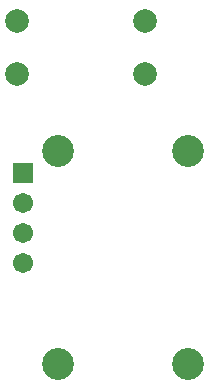
<source format=gbs>
G04 Layer_Color=16711935*
%FSLAX24Y24*%
%MOIN*%
G70*
G01*
G75*
%ADD40C,0.1064*%
%ADD41C,0.0789*%
%ADD42C,0.0671*%
%ADD43R,0.0671X0.0671*%
D40*
X3049Y800D02*
D03*
X3049Y7890D02*
D03*
X7380D02*
D03*
Y800D02*
D03*
D41*
X5973Y12222D02*
D03*
X1690D02*
D03*
X5973Y10450D02*
D03*
X1690D02*
D03*
D42*
X1900Y4170D02*
D03*
Y5170D02*
D03*
Y6170D02*
D03*
D43*
Y7170D02*
D03*
M02*

</source>
